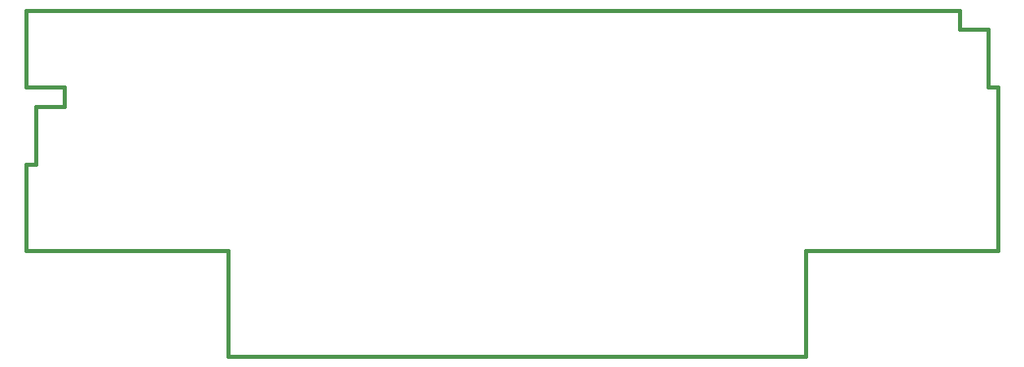
<source format=gko>
G04 (created by PCBNEW (2013-07-07 BZR 4022)-stable) date 27/01/2014 10:53:56*
%MOIN*%
G04 Gerber Fmt 3.4, Leading zero omitted, Abs format*
%FSLAX34Y34*%
G01*
G70*
G90*
G04 APERTURE LIST*
%ADD10C,0.00590551*%
%ADD11C,0.015*%
G04 APERTURE END LIST*
G54D10*
G54D11*
X33858Y-37402D02*
X33858Y-40551D01*
X72047Y-37402D02*
X33858Y-37402D01*
X35433Y-40552D02*
X33858Y-40552D01*
X35433Y-41339D02*
X35433Y-40552D01*
X35039Y-41339D02*
X35433Y-41339D01*
X34252Y-41339D02*
X35039Y-41339D01*
X34252Y-43701D02*
X34252Y-41339D01*
X33858Y-43701D02*
X34252Y-43701D01*
X33858Y-47244D02*
X33858Y-43701D01*
X42126Y-47244D02*
X33858Y-47244D01*
X42126Y-51575D02*
X42126Y-47244D01*
X65748Y-51575D02*
X42126Y-51575D01*
X65748Y-47244D02*
X65748Y-51575D01*
X73622Y-47244D02*
X65748Y-47244D01*
X73622Y-40552D02*
X73622Y-47244D01*
X73228Y-40552D02*
X73622Y-40552D01*
X73228Y-38189D02*
X73228Y-40552D01*
X72047Y-38189D02*
X73228Y-38189D01*
X72047Y-37402D02*
X72047Y-38189D01*
M02*

</source>
